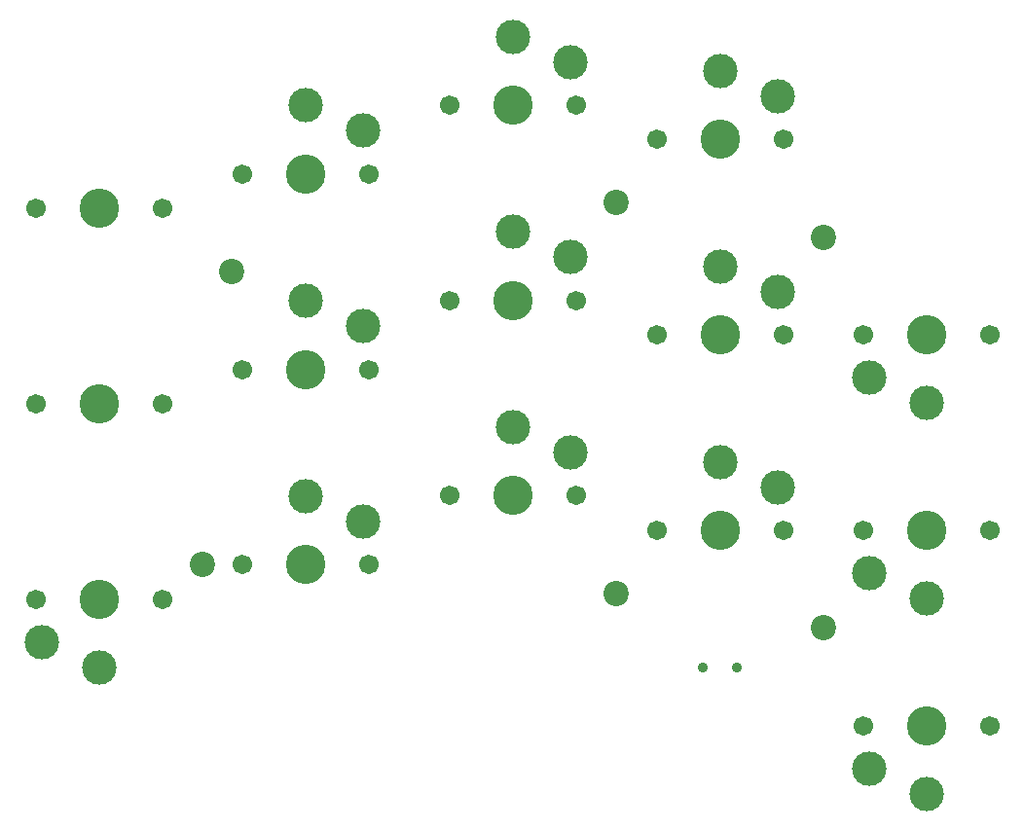
<source format=gbr>
%TF.GenerationSoftware,KiCad,Pcbnew,(7.0.0-0)*%
%TF.CreationDate,2023-02-22T17:52:02+08:00*%
%TF.ProjectId,right,72696768-742e-46b6-9963-61645f706362,v1.0.0*%
%TF.SameCoordinates,Original*%
%TF.FileFunction,NonPlated,1,2,NPTH,Drill*%
%TF.FilePolarity,Positive*%
%FSLAX46Y46*%
G04 Gerber Fmt 4.6, Leading zero omitted, Abs format (unit mm)*
G04 Created by KiCad (PCBNEW (7.0.0-0)) date 2023-02-22 17:52:02*
%MOMM*%
%LPD*%
G01*
G04 APERTURE LIST*
%TA.AperFunction,ComponentDrill*%
%ADD10C,0.900000*%
%TD*%
%TA.AperFunction,ComponentDrill*%
%ADD11C,1.701800*%
%TD*%
%TA.AperFunction,ComponentDrill*%
%ADD12C,2.200000*%
%TD*%
%TA.AperFunction,ComponentDrill*%
%ADD13C,3.000000*%
%TD*%
%TA.AperFunction,ComponentDrill*%
%ADD14C,3.429000*%
%TD*%
G04 APERTURE END LIST*
D10*
%TO.C,SS1*%
X52500000Y-5930000D03*
X55500000Y-5930000D03*
D11*
%TO.C,S13*%
X-5500000Y34000000D03*
%TO.C,S14*%
X-5500000Y17000000D03*
%TO.C,S15*%
X-5500000Y0D03*
%TO.C,S13*%
X5500000Y34000000D03*
%TO.C,S14*%
X5500000Y17000000D03*
%TO.C,S15*%
X5500000Y0D03*
%TO.C,S10*%
X12500000Y37000000D03*
%TO.C,S11*%
X12500000Y20000000D03*
%TO.C,S12*%
X12500000Y3000000D03*
%TO.C,S10*%
X23500000Y37000000D03*
%TO.C,S11*%
X23500000Y20000000D03*
%TO.C,S12*%
X23500000Y3000000D03*
%TO.C,S7*%
X30500000Y43000000D03*
%TO.C,S8*%
X30500000Y26000000D03*
%TO.C,S9*%
X30500000Y9000000D03*
%TO.C,S7*%
X41500000Y43000000D03*
%TO.C,S8*%
X41500000Y26000000D03*
%TO.C,S9*%
X41500000Y9000000D03*
%TO.C,S4*%
X48500000Y40000000D03*
%TO.C,S5*%
X48500000Y23000000D03*
%TO.C,S6*%
X48500000Y6000000D03*
%TO.C,S4*%
X59500000Y40000000D03*
%TO.C,S5*%
X59500000Y23000000D03*
%TO.C,S6*%
X59500000Y6000000D03*
%TO.C,S1*%
X66500000Y23000000D03*
%TO.C,S2*%
X66500000Y6000000D03*
%TO.C,S3*%
X66500000Y-11000000D03*
%TO.C,S1*%
X77500000Y23000000D03*
%TO.C,S2*%
X77500000Y6000000D03*
%TO.C,S3*%
X77500000Y-11000000D03*
D12*
%TO.C,H5*%
X9000000Y3000000D03*
%TO.C,H6*%
X11500000Y28500000D03*
%TO.C,H4*%
X45000000Y34500000D03*
%TO.C,H3*%
X45000000Y500000D03*
%TO.C,H2*%
X63000000Y31500000D03*
%TO.C,H1*%
X63000000Y-2500000D03*
D13*
%TO.C,S15*%
X-5000000Y-3750000D03*
X0Y-5950000D03*
%TO.C,S10*%
X18000000Y42950000D03*
%TO.C,S11*%
X18000000Y25950000D03*
%TO.C,S12*%
X18000000Y8950000D03*
%TO.C,S10*%
X23000000Y40750000D03*
%TO.C,S11*%
X23000000Y23750000D03*
%TO.C,S12*%
X23000000Y6750000D03*
%TO.C,S7*%
X36000000Y48950000D03*
%TO.C,S8*%
X36000000Y31950000D03*
%TO.C,S9*%
X36000000Y14950000D03*
%TO.C,S7*%
X41000000Y46750000D03*
%TO.C,S8*%
X41000000Y29750000D03*
%TO.C,S9*%
X41000000Y12750000D03*
%TO.C,S4*%
X54000000Y45950000D03*
%TO.C,S5*%
X54000000Y28950000D03*
%TO.C,S6*%
X54000000Y11950000D03*
%TO.C,S4*%
X59000000Y43750000D03*
%TO.C,S5*%
X59000000Y26750000D03*
%TO.C,S6*%
X59000000Y9750000D03*
%TO.C,S1*%
X67000000Y19250000D03*
%TO.C,S2*%
X67000000Y2250000D03*
%TO.C,S3*%
X67000000Y-14750000D03*
%TO.C,S1*%
X72000000Y17050000D03*
%TO.C,S2*%
X72000000Y50000D03*
%TO.C,S3*%
X72000000Y-16950000D03*
D14*
%TO.C,S13*%
X0Y34000000D03*
%TO.C,S14*%
X0Y17000000D03*
%TO.C,S15*%
X0Y0D03*
%TO.C,S10*%
X18000000Y37000000D03*
%TO.C,S11*%
X18000000Y20000000D03*
%TO.C,S12*%
X18000000Y3000000D03*
%TO.C,S7*%
X36000000Y43000000D03*
%TO.C,S8*%
X36000000Y26000000D03*
%TO.C,S9*%
X36000000Y9000000D03*
%TO.C,S4*%
X54000000Y40000000D03*
%TO.C,S5*%
X54000000Y23000000D03*
%TO.C,S6*%
X54000000Y6000000D03*
%TO.C,S1*%
X72000000Y23000000D03*
%TO.C,S2*%
X72000000Y6000000D03*
%TO.C,S3*%
X72000000Y-11000000D03*
M02*

</source>
